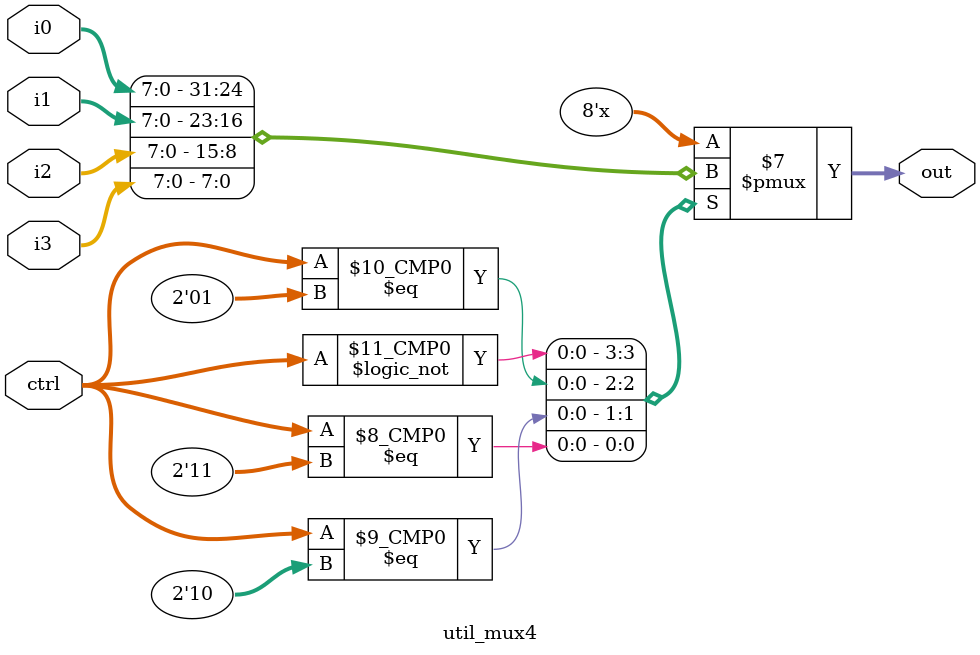
<source format=sv>
module util_mux4 #(parameter int A = 7, parameter int B = 0) (ctrl, out, i0, i1, i2, i3);

  input wire[1:0] ctrl;

  input wire[A:B] i0;
  input wire[A:B] i1;
  input wire[A:B] i2;
  input wire[A:B] i3;
  
  output wire[A:B] out;

  function [A:B] mux_out;
    case (ctrl)
      2'h0: mux_out = i0;
      2'h1: mux_out = i1;
      2'h2: mux_out = i2;
      2'h3: mux_out = i3;
    endcase
  endfunction 

  assign out = mux_out ();
  
endmodule
</source>
